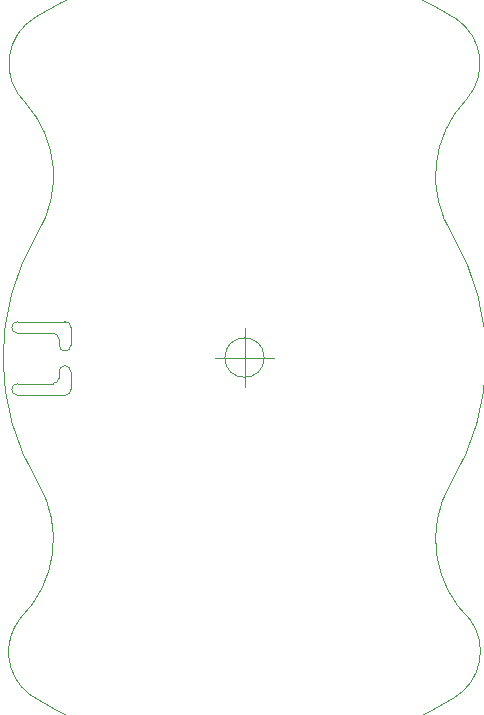
<source format=gm1>
G04 #@! TF.GenerationSoftware,KiCad,Pcbnew,(5.1.6)-1*
G04 #@! TF.CreationDate,2020-06-24T13:46:24+02:00*
G04 #@! TF.ProjectId,ST-Node-V0.1,53542d4e-6f64-4652-9d56-302e312e6b69,rev?*
G04 #@! TF.SameCoordinates,Original*
G04 #@! TF.FileFunction,Profile,NP*
%FSLAX46Y46*%
G04 Gerber Fmt 4.6, Leading zero omitted, Abs format (unit mm)*
G04 Created by KiCad (PCBNEW (5.1.6)-1) date 2020-06-24 13:46:24*
%MOMM*%
%LPD*%
G01*
G04 APERTURE LIST*
G04 #@! TA.AperFunction,Profile*
%ADD10C,0.050000*%
G04 #@! TD*
G04 APERTURE END LIST*
D10*
X123500000Y-97000000D02*
G75*
G02*
X124000000Y-97500000I0J-500000D01*
G01*
X124000000Y-98000000D02*
X124000000Y-97500000D01*
X120500000Y-97000000D02*
X123500000Y-97000000D01*
X120500000Y-97000000D02*
G75*
G02*
X120500000Y-96000000I0J500000D01*
G01*
X124500000Y-96000000D02*
X120500000Y-96000000D01*
X124500000Y-96000000D02*
G75*
G02*
X125000000Y-96500000I0J-500000D01*
G01*
X125000000Y-98000000D02*
X125000000Y-96500000D01*
X125000000Y-98000000D02*
G75*
G02*
X124000000Y-98000000I-500000J0D01*
G01*
X125000000Y-101500000D02*
X125000000Y-101750000D01*
X125000000Y-101750000D02*
G75*
G02*
X124500000Y-102250000I-500000J0D01*
G01*
X120500000Y-102250000D02*
X124500000Y-102250000D01*
X120500000Y-102250000D02*
G75*
G02*
X120500000Y-101250000I0J500000D01*
G01*
X124000000Y-100250000D02*
X124000000Y-100750000D01*
X123500000Y-101250000D02*
X120500000Y-101250000D01*
X125000000Y-100250000D02*
X125000000Y-101500000D01*
X124000000Y-100750000D02*
G75*
G02*
X123500000Y-101250000I-500000J0D01*
G01*
X124000000Y-100250000D02*
G75*
G02*
X125000000Y-100250000I500000J0D01*
G01*
X158821895Y-121264484D02*
G75*
G02*
X157469734Y-127848188I-3735912J-2663424D01*
G01*
X157469734Y-127848188D02*
G75*
G02*
X121481318Y-127566190I-17769734J28788188D01*
G01*
X121481317Y-127566191D02*
G75*
G02*
X120743872Y-121092107I2808503J3598951D01*
G01*
X122250200Y-109710220D02*
G75*
G02*
X120743871Y-121092106I-8112868J-4716927D01*
G01*
X122013524Y-70225176D02*
G75*
G02*
X157652459Y-70390021I17686476J-28834824D01*
G01*
X121140739Y-77469550D02*
G75*
G02*
X122013524Y-70225177I3182101J3291390D01*
G01*
X157652460Y-70390021D02*
G75*
G02*
X158536640Y-77137260I-2585460J-3770359D01*
G01*
X157344434Y-88738054D02*
G75*
G02*
X157149800Y-109707680I-17644434J-10321946D01*
G01*
X158820091Y-121265768D02*
G75*
G02*
X157149801Y-109707681I6462789J6833688D01*
G01*
X122250322Y-109710146D02*
G75*
G02*
X122161301Y-88557101I17449678J10650146D01*
G01*
X121142455Y-77468010D02*
G75*
G02*
X122161301Y-88557101I-6937343J-6228741D01*
G01*
X157344214Y-88738182D02*
G75*
G02*
X158536640Y-77137260I7933688J5046263D01*
G01*
X141366666Y-99060000D02*
G75*
G03*
X141366666Y-99060000I-1666666J0D01*
G01*
X137200000Y-99060000D02*
X142200000Y-99060000D01*
X139700000Y-96560000D02*
X139700000Y-101560000D01*
M02*

</source>
